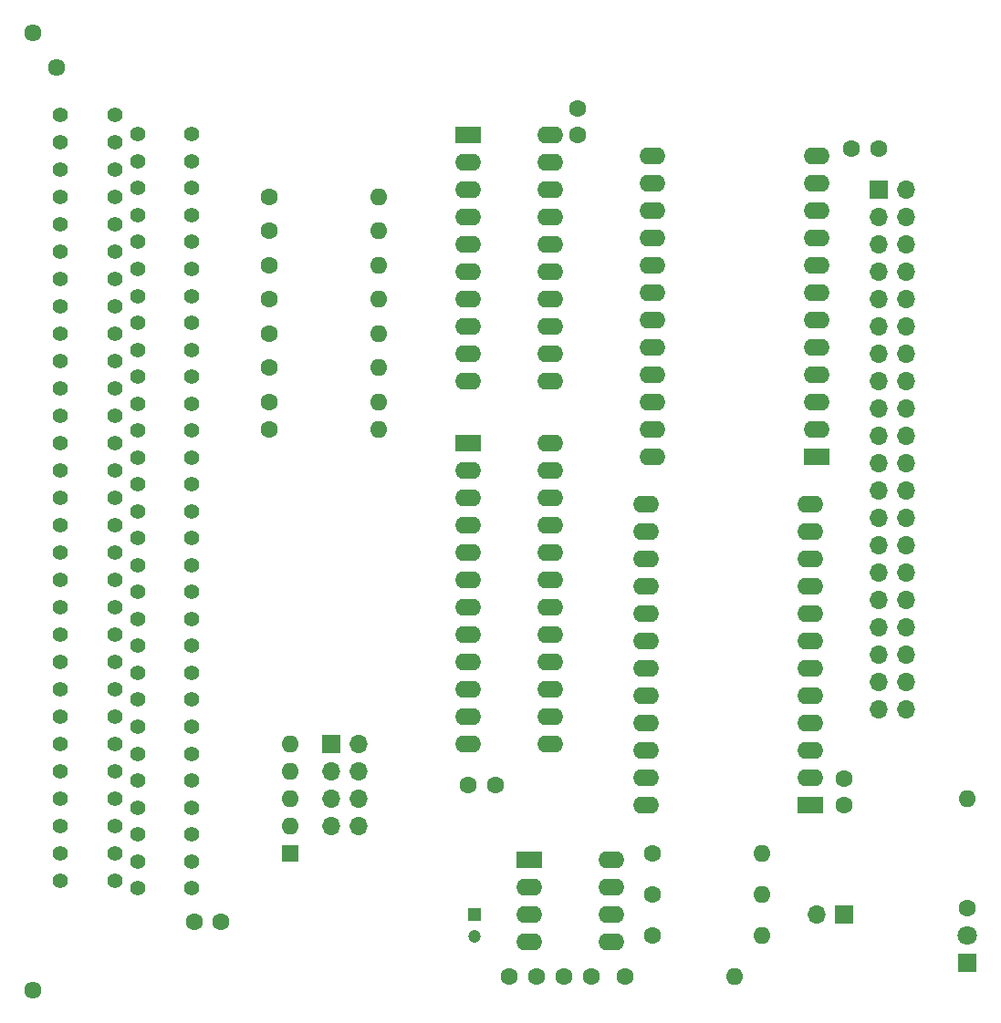
<source format=gbr>
%TF.GenerationSoftware,KiCad,Pcbnew,(5.1.10)-1*%
%TF.CreationDate,2022-02-22T06:58:17+01:00*%
%TF.ProjectId,Gide,47696465-2e6b-4696-9361-645f70636258,rev?*%
%TF.SameCoordinates,Original*%
%TF.FileFunction,Soldermask,Bot*%
%TF.FilePolarity,Negative*%
%FSLAX46Y46*%
G04 Gerber Fmt 4.6, Leading zero omitted, Abs format (unit mm)*
G04 Created by KiCad (PCBNEW (5.1.10)-1) date 2022-02-22 06:58:17*
%MOMM*%
%LPD*%
G01*
G04 APERTURE LIST*
%ADD10O,1.700000X1.700000*%
%ADD11R,1.700000X1.700000*%
%ADD12C,1.600000*%
%ADD13O,2.400000X1.600000*%
%ADD14R,2.400000X1.600000*%
%ADD15C,1.400000*%
%ADD16C,1.610000*%
%ADD17O,1.600000X1.600000*%
%ADD18R,1.600000X1.600000*%
%ADD19C,1.800000*%
%ADD20R,1.800000X1.800000*%
%ADD21C,1.200000*%
%ADD22R,1.200000X1.200000*%
G04 APERTURE END LIST*
D10*
%TO.C,J1002*%
X184785000Y-130175000D03*
X182245000Y-130175000D03*
X184785000Y-127635000D03*
X182245000Y-127635000D03*
X184785000Y-125095000D03*
X182245000Y-125095000D03*
X184785000Y-122555000D03*
X182245000Y-122555000D03*
X184785000Y-120015000D03*
X182245000Y-120015000D03*
X184785000Y-117475000D03*
X182245000Y-117475000D03*
X184785000Y-114935000D03*
X182245000Y-114935000D03*
X184785000Y-112395000D03*
X182245000Y-112395000D03*
X184785000Y-109855000D03*
X182245000Y-109855000D03*
X184785000Y-107315000D03*
X182245000Y-107315000D03*
X184785000Y-104775000D03*
X182245000Y-104775000D03*
X184785000Y-102235000D03*
X182245000Y-102235000D03*
X184785000Y-99695000D03*
X182245000Y-99695000D03*
X184785000Y-97155000D03*
X182245000Y-97155000D03*
X184785000Y-94615000D03*
X182245000Y-94615000D03*
X184785000Y-92075000D03*
X182245000Y-92075000D03*
X184785000Y-89535000D03*
X182245000Y-89535000D03*
X184785000Y-86995000D03*
X182245000Y-86995000D03*
X184785000Y-84455000D03*
X182245000Y-84455000D03*
X184785000Y-81915000D03*
D11*
X182245000Y-81915000D03*
%TD*%
D12*
%TO.C,C1003*%
X179070000Y-139065000D03*
X179070000Y-136565000D03*
%TD*%
D13*
%TO.C,IC1003*%
X161290000Y-106680000D03*
X176530000Y-78740000D03*
X161290000Y-104140000D03*
X176530000Y-81280000D03*
X161290000Y-101600000D03*
X176530000Y-83820000D03*
X161290000Y-99060000D03*
X176530000Y-86360000D03*
X161290000Y-96520000D03*
X176530000Y-88900000D03*
X161290000Y-93980000D03*
X176530000Y-91440000D03*
X161290000Y-91440000D03*
X176530000Y-93980000D03*
X161290000Y-88900000D03*
X176530000Y-96520000D03*
X161290000Y-86360000D03*
X176530000Y-99060000D03*
X161290000Y-83820000D03*
X176530000Y-101600000D03*
X161290000Y-81280000D03*
X176530000Y-104140000D03*
X161290000Y-78740000D03*
D14*
X176530000Y-106680000D03*
%TD*%
D13*
%TO.C,IC1002*%
X160655000Y-139065000D03*
X175895000Y-111125000D03*
X160655000Y-136525000D03*
X175895000Y-113665000D03*
X160655000Y-133985000D03*
X175895000Y-116205000D03*
X160655000Y-131445000D03*
X175895000Y-118745000D03*
X160655000Y-128905000D03*
X175895000Y-121285000D03*
X160655000Y-126365000D03*
X175895000Y-123825000D03*
X160655000Y-123825000D03*
X175895000Y-126365000D03*
X160655000Y-121285000D03*
X175895000Y-128905000D03*
X160655000Y-118745000D03*
X175895000Y-131445000D03*
X160655000Y-116205000D03*
X175895000Y-133985000D03*
X160655000Y-113665000D03*
X175895000Y-136525000D03*
X160655000Y-111125000D03*
D14*
X175895000Y-139065000D03*
%TD*%
D12*
%TO.C,C1008*%
X179745000Y-78105000D03*
X182245000Y-78105000D03*
%TD*%
D15*
%TO.C,X1001*%
X106273600Y-80010000D03*
X113465000Y-146760000D03*
X113465000Y-144260000D03*
X113465000Y-141760000D03*
X113465000Y-139260000D03*
X113465000Y-136760000D03*
X113465000Y-134260000D03*
X113465000Y-131760000D03*
X113465000Y-129260000D03*
X113465000Y-126760000D03*
X113465000Y-124260000D03*
X113465000Y-121760000D03*
X113465000Y-119260000D03*
X113465000Y-116760000D03*
X113465000Y-114260000D03*
X113465000Y-111760000D03*
X113465000Y-109260000D03*
X113465000Y-106760000D03*
X113465000Y-104260000D03*
X113465000Y-101760000D03*
X113465000Y-99260000D03*
X113465000Y-96760000D03*
X113465000Y-94260000D03*
X113465000Y-91760000D03*
X113465000Y-89260000D03*
X113465000Y-86760000D03*
X113465000Y-84260000D03*
X113465000Y-81760000D03*
X113465000Y-79260000D03*
X113465000Y-76760000D03*
X118465000Y-146760000D03*
X118465000Y-144260000D03*
X118465000Y-141760000D03*
X118465000Y-139260000D03*
X118465000Y-136760000D03*
X118465000Y-134260000D03*
X118465000Y-131760000D03*
X118465000Y-129260000D03*
X118465000Y-126760000D03*
X118465000Y-124260000D03*
X118465000Y-121760000D03*
X118465000Y-119260000D03*
X118465000Y-116760000D03*
X118465000Y-114260000D03*
X118465000Y-111760000D03*
X118465000Y-109260000D03*
X118465000Y-106760000D03*
X118465000Y-104260000D03*
X118465000Y-101760000D03*
X118465000Y-99260000D03*
X118465000Y-96760000D03*
X118465000Y-94260000D03*
X118465000Y-91760000D03*
X118465000Y-89260000D03*
X118465000Y-86760000D03*
X118465000Y-84260000D03*
X118465000Y-81760000D03*
X118465000Y-79260000D03*
X118465000Y-76760000D03*
D16*
X105965000Y-70510000D03*
D15*
X111353600Y-146050000D03*
X111353600Y-143510000D03*
X111353600Y-140970000D03*
X111353600Y-138430000D03*
X111353600Y-135890000D03*
X111353600Y-133350000D03*
X111353600Y-130810000D03*
X111353600Y-128270000D03*
X111353600Y-125730000D03*
X111353600Y-123190000D03*
X111353600Y-120650000D03*
X111353600Y-118110000D03*
X111353600Y-115570000D03*
X111353600Y-113030000D03*
X111353600Y-110490000D03*
X111353600Y-107950000D03*
X111353600Y-105410000D03*
X111353600Y-102870000D03*
X111353600Y-100330000D03*
X111353600Y-97790000D03*
X111353600Y-95250000D03*
X111353600Y-92710000D03*
X111353600Y-90170000D03*
X111353600Y-87630000D03*
X111353600Y-85090000D03*
X111353600Y-82550000D03*
X111353600Y-80010000D03*
X111353600Y-77470000D03*
X111353600Y-74930000D03*
X106273600Y-146050000D03*
X106273600Y-143510000D03*
X106273600Y-140970000D03*
X106273600Y-138430000D03*
X106273600Y-135890000D03*
X106273600Y-133350000D03*
X106273600Y-130810000D03*
X106273600Y-128270000D03*
X106273600Y-125730000D03*
X106273600Y-123190000D03*
X106273600Y-120650000D03*
X106273600Y-118110000D03*
X106273600Y-115570000D03*
X106273600Y-113030000D03*
X106273600Y-110490000D03*
X106273600Y-107950000D03*
X106273600Y-105410000D03*
X106273600Y-102870000D03*
X106273600Y-100330000D03*
X106273600Y-97790000D03*
X106273600Y-95250000D03*
X106273600Y-92710000D03*
X106273600Y-90170000D03*
X106273600Y-87630000D03*
X106273600Y-85090000D03*
X106273600Y-82550000D03*
X106273600Y-77470000D03*
X106273600Y-74930000D03*
D16*
X103733600Y-156210000D03*
X103733600Y-67310000D03*
%TD*%
D10*
%TO.C,J1003*%
X176530000Y-149225000D03*
D11*
X179070000Y-149225000D03*
%TD*%
D12*
%TO.C,C1007*%
X154305000Y-74335000D03*
X154305000Y-76835000D03*
%TD*%
%TO.C,C1006*%
X147995000Y-154940000D03*
X150495000Y-154940000D03*
%TD*%
%TO.C,C1005*%
X121245000Y-149860000D03*
X118745000Y-149860000D03*
%TD*%
%TO.C,C1004*%
X144185000Y-137160000D03*
X146685000Y-137160000D03*
%TD*%
D13*
%TO.C,U1002*%
X157480000Y-144145000D03*
X149860000Y-151765000D03*
X157480000Y-146685000D03*
X149860000Y-149225000D03*
X157480000Y-149225000D03*
X149860000Y-146685000D03*
X157480000Y-151765000D03*
D14*
X149860000Y-144145000D03*
%TD*%
D13*
%TO.C,U1001*%
X151765000Y-105410000D03*
X144145000Y-133350000D03*
X151765000Y-107950000D03*
X144145000Y-130810000D03*
X151765000Y-110490000D03*
X144145000Y-128270000D03*
X151765000Y-113030000D03*
X144145000Y-125730000D03*
X151765000Y-115570000D03*
X144145000Y-123190000D03*
X151765000Y-118110000D03*
X144145000Y-120650000D03*
X151765000Y-120650000D03*
X144145000Y-118110000D03*
X151765000Y-123190000D03*
X144145000Y-115570000D03*
X151765000Y-125730000D03*
X144145000Y-113030000D03*
X151765000Y-128270000D03*
X144145000Y-110490000D03*
X151765000Y-130810000D03*
X144145000Y-107950000D03*
X151765000Y-133350000D03*
D14*
X144145000Y-105410000D03*
%TD*%
D17*
%TO.C,RN1001*%
X127635000Y-133350000D03*
X127635000Y-135890000D03*
X127635000Y-138430000D03*
X127635000Y-140970000D03*
D18*
X127635000Y-143510000D03*
%TD*%
D17*
%TO.C,R1013*%
X190500000Y-138430000D03*
D12*
X190500000Y-148590000D03*
%TD*%
D17*
%TO.C,R1012*%
X171450000Y-151130000D03*
D12*
X161290000Y-151130000D03*
%TD*%
D17*
%TO.C,R1011*%
X168910000Y-154940000D03*
D12*
X158750000Y-154940000D03*
%TD*%
D17*
%TO.C,R1010*%
X171450000Y-147320000D03*
D12*
X161290000Y-147320000D03*
%TD*%
D17*
%TO.C,R1009*%
X135890000Y-88900000D03*
D12*
X125730000Y-88900000D03*
%TD*%
D17*
%TO.C,R1008*%
X135890000Y-92075000D03*
D12*
X125730000Y-92075000D03*
%TD*%
D17*
%TO.C,R1007*%
X135890000Y-85725000D03*
D12*
X125730000Y-85725000D03*
%TD*%
D17*
%TO.C,R1006*%
X135890000Y-82550000D03*
D12*
X125730000Y-82550000D03*
%TD*%
D17*
%TO.C,R1005*%
X135890000Y-95250000D03*
D12*
X125730000Y-95250000D03*
%TD*%
D17*
%TO.C,R1004*%
X135890000Y-98425000D03*
D12*
X125730000Y-98425000D03*
%TD*%
D17*
%TO.C,R1003*%
X135890000Y-101600000D03*
D12*
X125730000Y-101600000D03*
%TD*%
D17*
%TO.C,R1002*%
X135890000Y-104140000D03*
D12*
X125730000Y-104140000D03*
%TD*%
D17*
%TO.C,R1001*%
X171450000Y-143510000D03*
D12*
X161290000Y-143510000D03*
%TD*%
D10*
%TO.C,J1001*%
X133985000Y-140970000D03*
X131445000Y-140970000D03*
X133985000Y-138430000D03*
X131445000Y-138430000D03*
X133985000Y-135890000D03*
X131445000Y-135890000D03*
X133985000Y-133350000D03*
D11*
X131445000Y-133350000D03*
%TD*%
D13*
%TO.C,IC1001*%
X151765000Y-76835000D03*
X144145000Y-99695000D03*
X151765000Y-79375000D03*
X144145000Y-97155000D03*
X151765000Y-81915000D03*
X144145000Y-94615000D03*
X151765000Y-84455000D03*
X144145000Y-92075000D03*
X151765000Y-86995000D03*
X144145000Y-89535000D03*
X151765000Y-89535000D03*
X144145000Y-86995000D03*
X151765000Y-92075000D03*
X144145000Y-84455000D03*
X151765000Y-94615000D03*
X144145000Y-81915000D03*
X151765000Y-97155000D03*
X144145000Y-79375000D03*
X151765000Y-99695000D03*
D14*
X144145000Y-76835000D03*
%TD*%
D19*
%TO.C,D1001*%
X190500000Y-151130000D03*
D20*
X190500000Y-153670000D03*
%TD*%
D12*
%TO.C,C1002*%
X153075000Y-154940000D03*
X155575000Y-154940000D03*
%TD*%
D21*
%TO.C,C1001*%
X144780000Y-151225000D03*
D22*
X144780000Y-149225000D03*
%TD*%
M02*

</source>
